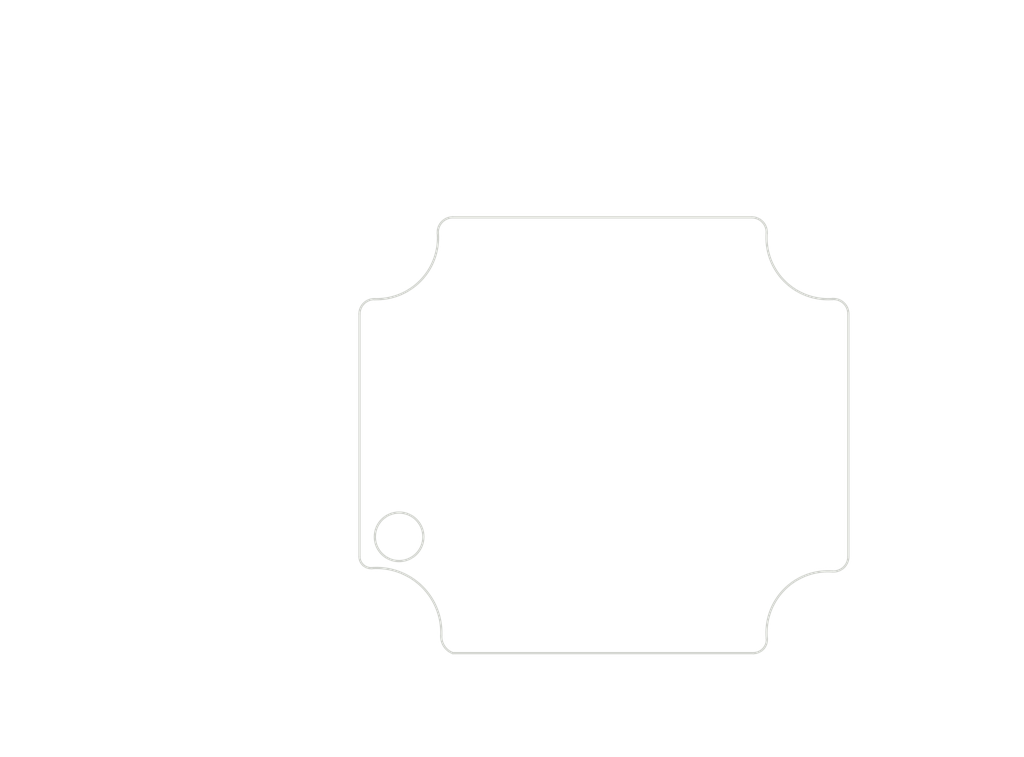
<source format=kicad_pcb>
(kicad_pcb (version 20171130) (host pcbnew "(5.1.0)-1")

  (general
    (thickness 1.6)
    (drawings 66)
    (tracks 0)
    (zones 0)
    (modules 0)
    (nets 1)
  )

  (page A4)
  (layers
    (0 F.Cu signal)
    (31 B.Cu signal)
    (32 B.Adhes user)
    (33 F.Adhes user)
    (34 B.Paste user)
    (35 F.Paste user)
    (36 B.SilkS user)
    (37 F.SilkS user)
    (38 B.Mask user)
    (39 F.Mask user)
    (40 Dwgs.User user)
    (41 Cmts.User user)
    (42 Eco1.User user)
    (43 Eco2.User user)
    (44 Edge.Cuts user)
    (45 Margin user)
    (46 B.CrtYd user)
    (47 F.CrtYd user)
    (48 B.Fab user)
    (49 F.Fab user)
  )

  (setup
    (last_trace_width 0.25)
    (trace_clearance 0.2)
    (zone_clearance 0.508)
    (zone_45_only no)
    (trace_min 0.2)
    (via_size 0.8)
    (via_drill 0.4)
    (via_min_size 0.4)
    (via_min_drill 0.3)
    (uvia_size 0.3)
    (uvia_drill 0.1)
    (uvias_allowed no)
    (uvia_min_size 0.2)
    (uvia_min_drill 0.1)
    (edge_width 0.05)
    (segment_width 0.2)
    (pcb_text_width 0.3)
    (pcb_text_size 1.5 1.5)
    (mod_edge_width 0.12)
    (mod_text_size 1 1)
    (mod_text_width 0.15)
    (pad_size 1.524 1.524)
    (pad_drill 0.762)
    (pad_to_mask_clearance 0.051)
    (solder_mask_min_width 0.25)
    (aux_axis_origin 0 0)
    (visible_elements FFFFFF7F)
    (pcbplotparams
      (layerselection 0x010fc_ffffffff)
      (usegerberextensions false)
      (usegerberattributes false)
      (usegerberadvancedattributes false)
      (creategerberjobfile false)
      (excludeedgelayer true)
      (linewidth 0.152400)
      (plotframeref false)
      (viasonmask false)
      (mode 1)
      (useauxorigin false)
      (hpglpennumber 1)
      (hpglpenspeed 20)
      (hpglpendiameter 15.000000)
      (psnegative false)
      (psa4output false)
      (plotreference true)
      (plotvalue true)
      (plotinvisibletext false)
      (padsonsilk false)
      (subtractmaskfromsilk false)
      (outputformat 1)
      (mirror false)
      (drillshape 1)
      (scaleselection 1)
      (outputdirectory ""))
  )

  (net 0 "")

  (net_class Default "This is the default net class."
    (clearance 0.2)
    (trace_width 0.25)
    (via_dia 0.8)
    (via_drill 0.4)
    (uvia_dia 0.3)
    (uvia_drill 0.1)
  )

  (gr_arc (start 176.291354 91.104) (end 177.613098 91.104) (angle -94.09081698) (layer Edge.Cuts) (width 0.2))
  (gr_arc (start 175.808595 84.354) (end 170.376972 83.965532) (angle -98.18163396) (layer Edge.Cuts) (width 0.2))
  (gr_arc (start 169.058595 83.871242) (end 170.376972 83.965532) (angle -94.09081698) (layer Edge.Cuts) (width 0.2))
  (gr_line (start 169.058595 82.549497) (end 142.558595 82.549497) (layer Edge.Cuts) (width 0.2))
  (gr_arc (start 142.558595 83.871242) (end 142.558595 82.549497) (angle -94.09081698) (layer Edge.Cuts) (width 0.2))
  (gr_arc (start 135.808595 84.354) (end 135.645574 89.797057) (angle -95.80632607) (layer Edge.Cuts) (width 0.2))
  (gr_arc (start 135.606431 91.104) (end 135.645574 89.797057) (angle -91.71550909) (layer Edge.Cuts) (width 0.2))
  (gr_line (start 134.298901 91.104) (end 134.298901 112.604001) (layer Edge.Cuts) (width 0.2))
  (gr_arc (start 135.325836 112.604) (end 134.298901 112.604) (angle -94.09081698) (layer Edge.Cuts) (width 0.2))
  (gr_arc (start 135.808595 119.354001) (end 141.543454 119.604) (angle -96.58693428) (layer Edge.Cuts) (width 0.2))
  (gr_arc (start 143.135001 119.673381) (end 141.543454 119.604) (angle -71.2838919) (layer Edge.Cuts) (width 0.2))
  (gr_line (start 142.558595 121.158504) (end 169.196351 121.158504) (layer Edge.Cuts) (width 0.2))
  (gr_arc (start 169.196351 119.963706) (end 169.196351 121.158504) (angle -95.26826081) (layer Edge.Cuts) (width 0.2))
  (gr_arc (start 175.808595 119.354001) (end 176.197063 113.922378) (angle -99.35907779) (layer Edge.Cuts) (width 0.2))
  (gr_arc (start 176.291354 112.604001) (end 176.197063 113.922378) (angle -94.09081698) (layer Edge.Cuts) (width 0.2))
  (gr_line (start 177.613098 112.604001) (end 177.613098 91.104) (layer Edge.Cuts) (width 0.2))
  (gr_circle (center 137.808595 110.854001) (end 139.958595 110.854001) (layer Edge.Cuts) (width 0.2))
  (gr_text [.94] (at 113.645574 103.594837) (layer Dwgs.User)
    (effects (font (size 1.7 1.53) (thickness 0.2125)))
  )
  (gr_text " 23.82" (at 113.645574 100.036822) (layer Dwgs.User)
    (effects (font (size 1.7 1.53) (thickness 0.2125)))
  )
  (gr_line (start 113.645574 111.613695) (end 113.645574 105.263391) (layer Dwgs.User) (width 0.2))
  (gr_line (start 113.645574 91.797057) (end 113.645574 98.14736) (layer Dwgs.User) (width 0.2))
  (gr_line (start 134.808595 113.613695) (end 110.470574 113.613695) (layer Dwgs.User) (width 0.2))
  (gr_line (start 134.645574 89.797057) (end 110.470574 89.797057) (layer Dwgs.User) (width 0.2))
  (gr_text [.14] (at 145.031617 128.328425) (layer Dwgs.User)
    (effects (font (size 1.7 1.53) (thickness 0.2125)))
  )
  (gr_text " 3.51" (at 145.031617 124.77041) (layer Dwgs.User)
    (effects (font (size 1.7 1.53) (thickness 0.2125)))
  )
  (gr_line (start 139.808595 126.438964) (end 141.808595 126.438964) (layer Dwgs.User) (width 0.2))
  (gr_line (start 132.298901 126.438964) (end 130.298901 126.438964) (layer Dwgs.User) (width 0.2))
  (gr_line (start 137.808595 111.854001) (end 137.808595 129.613964) (layer Dwgs.User) (width 0.2))
  (gr_line (start 134.298901 113.604001) (end 134.298901 129.613964) (layer Dwgs.User) (width 0.2))
  (gr_text [.41] (at 155.472741 129.020297) (layer Dwgs.User)
    (effects (font (size 1.7 1.53) (thickness 0.2125)))
  )
  (gr_text " 10.30" (at 155.472741 125.462282) (layer Dwgs.User)
    (effects (font (size 1.7 1.53) (thickness 0.2125)))
  )
  (gr_line (start 161.517353 127.130836) (end 159.517353 127.130836) (layer Dwgs.User) (width 0.2))
  (gr_line (start 161.517353 121.158504) (end 161.517353 127.130836) (layer Dwgs.User) (width 0.2))
  (gr_line (start 161.517353 112.854) (end 161.517353 119.158504) (layer Dwgs.User) (width 0.2))
  (gr_line (start 138.808595 110.854) (end 164.692353 110.854) (layer Dwgs.User) (width 0.2))
  (gr_line (start 137.808595 110.944) (end 137.808595 110.764) (layer Dwgs.User) (width 0.2))
  (gr_line (start 137.718595 110.854) (end 137.898595 110.854) (layer Dwgs.User) (width 0.2))
  (gr_text " ∅4.30\n[∅0.17]" (at 125.173204 105.860696) (layer Dwgs.User)
    (effects (font (size 1.7 1.53) (thickness 0.2125)))
  )
  (gr_line (start 131.710073 105.860696) (end 134.597602 108.224927) (layer Dwgs.User) (width 0.2))
  (gr_line (start 129.710073 105.860696) (end 131.710073 105.860696) (layer Dwgs.User) (width 0.2))
  (gr_text [R0.05] (at 188.694866 116.732642) (layer Dwgs.User)
    (effects (font (size 1.7 1.53) (thickness 0.2125)))
  )
  (gr_text " R1.32" (at 188.694866 113.174627) (layer Dwgs.User)
    (effects (font (size 1.7 1.53) (thickness 0.2125)))
  )
  (gr_line (start 182.224095 114.843181) (end 179.399113 113.776954) (layer Dwgs.User) (width 0.2))
  (gr_line (start 184.224095 114.843181) (end 182.224095 114.843181) (layer Dwgs.User) (width 0.2))
  (gr_text [R0.21] (at 184.680465 124.372955) (layer Dwgs.User)
    (effects (font (size 1.7 1.53) (thickness 0.2125)))
  )
  (gr_text " R5.45" (at 184.680465 120.818998) (layer Dwgs.User)
    (effects (font (size 1.7 1.53) (thickness 0.2125)))
  )
  (gr_line (start 178.209694 122.483493) (end 173.711244 116.620401) (layer Dwgs.User) (width 0.2))
  (gr_line (start 180.209694 122.483493) (end 178.209694 122.483493) (layer Dwgs.User) (width 0.2))
  (gr_text [1.15] (at 155.808595 80.250949) (layer Dwgs.User)
    (effects (font (size 1.7 1.53) (thickness 0.2125)))
  )
  (gr_text " 29.14" (at 155.808595 76.693514) (layer Dwgs.User)
    (effects (font (size 1.7 1.53) (thickness 0.2125)))
  )
  (gr_line (start 168.376972 78.361488) (end 159.852626 78.361488) (layer Dwgs.User) (width 0.2))
  (gr_line (start 143.240218 78.361488) (end 151.764563 78.361488) (layer Dwgs.User) (width 0.2))
  (gr_line (start 170.376972 82.965532) (end 170.376972 75.186488) (layer Dwgs.User) (width 0.2))
  (gr_line (start 141.240218 82.965532) (end 141.240218 75.186488) (layer Dwgs.User) (width 0.2))
  (gr_text [1.52] (at 106.473496 103.743462) (layer Dwgs.User)
    (effects (font (size 1.7 1.53) (thickness 0.2125)))
  )
  (gr_text " 38.61" (at 106.473496 100.185447) (layer Dwgs.User)
    (effects (font (size 1.7 1.53) (thickness 0.2125)))
  )
  (gr_line (start 106.473496 84.549497) (end 106.473496 98.295985) (layer Dwgs.User) (width 0.2))
  (gr_line (start 106.473496 119.158504) (end 106.473496 105.412016) (layer Dwgs.User) (width 0.2))
  (gr_line (start 141.558595 82.549497) (end 103.298496 82.549497) (layer Dwgs.User) (width 0.2))
  (gr_line (start 141.558595 121.158504) (end 103.298496 121.158504) (layer Dwgs.User) (width 0.2))
  (gr_text [1.71] (at 155.956 68.454617) (layer Dwgs.User)
    (effects (font (size 1.7 1.53) (thickness 0.2125)))
  )
  (gr_text " 43.31" (at 155.956 64.896602) (layer Dwgs.User)
    (effects (font (size 1.7 1.53) (thickness 0.2125)))
  )
  (gr_line (start 175.613098 66.565156) (end 159.839424 66.565156) (layer Dwgs.User) (width 0.2))
  (gr_line (start 136.298901 66.565156) (end 152.072575 66.565156) (layer Dwgs.User) (width 0.2))
  (gr_line (start 177.613098 90.104) (end 177.613098 63.390156) (layer Dwgs.User) (width 0.2))
  (gr_line (start 134.298901 90.104) (end 134.298901 63.390156) (layer Dwgs.User) (width 0.2))

)

</source>
